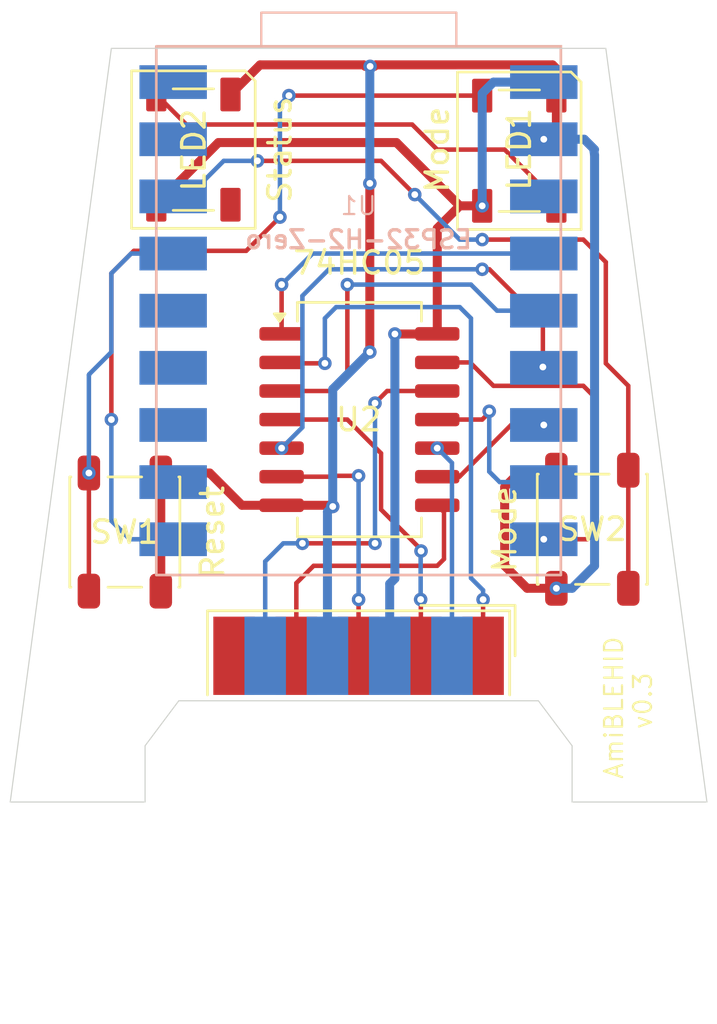
<source format=kicad_pcb>
(kicad_pcb (version 20241229) (generator "pcbnew") (generator_version "9.0")
  (layers (0 "F.Cu" signal) (2 "B.Cu" signal) (13 "F.Paste" user) (15 "B.Paste" user) (5 "F.SilkS" user "F.Silkscreen") (7 "B.SilkS" user "B.Silkscreen") (1 "F.Mask" user) (3 "B.Mask" user) (25 "Edge.Cuts" user))
  (net 0 "")
  (net 2 "+5V")
  (net 3 "GND")
  (net 4 "Net-(LED1-DIN)")
  (net 5 "Net-(SW1-A)")
  (net 6 "Net-(SW2-A)")
  (net 9 "Net-(U1-IO3)")
  (net 10 "Net-(U1-IO0)")
  (net 11 "Net-(U1-IO4)")
  (net 12 "Net-(U1-IO5)")
  (net 16 "Net-(U1-IO2)")
  (net 17 "Net-(U1-IO1)")
  (net 19 "Net-(J1-Pad1)")
  (net 20 "Net-(J1-Pad6)")
  (net 21 "Net-(J1-Pad3)")
  (net 22 "Net-(J1-Pad4)")
  (net 23 "Net-(J1-Pad2)")
  (net 24 "Net-(J1-Pad9)")
  (net 26 "Net-(LED1-DOUT)")
  (footprint "LED_SMD:LED_WS2812B_PLCC4_5.0x5.0mm_P3.2mm" (layer "F.Cu") (at 102.15 43.55 90)
    (property "Reference" "LED1" (at 0.065243 -0.002346 90) (layer "F.SilkS"))
    (property "Value" "WS2812B" (hide yes))
    (property "Usage" "Mode" (at 0.05 -3.65 90) (layer "F.SilkS"))
    (fp_line (start -3.5 -2.75) (end 3.5 -2.75) (stroke (width 0.12)) (layer "F.SilkS"))
    (fp_line (start -3.5 -2.75) (end -3.5 2.75) (stroke (width 0.12)) (layer "F.SilkS"))
    (fp_line (start 2.7 0.9) (end 2.7 -0.9) (stroke (width 0.12)) (layer "F.SilkS"))
    (fp_line (start -2.7 0.9) (end -2.7 -0.9) (stroke (width 0.12)) (layer "F.SilkS"))
    (fp_line (start 3.5 2.3) (end 3.5 -2.75) (stroke (width 0.12)) (layer "F.SilkS"))
    (fp_line (start 3.05 2.75) (end 3.5 2.3) (stroke (width 0.12)) (layer "F.SilkS"))
    (fp_line (start -3.5 2.75) (end 3.05 2.75) (stroke (width 0.12)) (layer "F.SilkS"))
    (pad "1" smd roundrect (at -2.45 -1.65 90) (size 1.5 0.9) (layers "F.Cu" "F.Mask" "F.Paste") (roundrect_rratio 0.1) (net 2 "+5V"))
    (pad "2" smd roundrect (at -2.45 1.65 90) (size 1.5 0.9) (layers "F.Cu" "F.Mask" "F.Paste") (roundrect_rratio 0.1) (net 26 "Net-(LED1-DOUT)"))
    (pad "3" smd roundrect (at 2.45 1.65 90) (size 1.5 0.9) (layers "F.Cu" "F.Mask" "F.Paste") (roundrect_rratio 0.1) (net 3 "GND"))
    (pad "4" smd roundrect (at 2.45 -1.65 90) (size 1.5 0.9) (layers "F.Cu" "F.Mask" "F.Paste") (roundrect_rratio 0.1) (net 4 "Net-(LED1-DIN)"))
  )
  (footprint "Package_SO:SO-14_5.3x10.2mm_P1.27mm" (layer "F.Cu") (at 95.0375 55.5)
    (property "Reference" "U2" (at -0.0375 0 0) (layer "F.SilkS"))
    (property "Value" "74HC05" (at 0 -6.96474 0) (layer "F.SilkS"))
    (fp_line (start -2.76 -5.21) (end -2.76 -4.37) (stroke (width 0.12)) (layer "F.SilkS"))
    (fp_line (start -2.76 5.21) (end -2.76 4.37) (stroke (width 0.12)) (layer "F.SilkS"))
    (fp_line (start 0 -5.21) (end -2.76 -5.21) (stroke (width 0.12)) (layer "F.SilkS"))
    (fp_line (start 0 -5.21) (end 2.76 -5.21) (stroke (width 0.12)) (layer "F.SilkS"))
    (fp_line (start 0 5.21) (end -2.76 5.21) (stroke (width 0.12)) (layer "F.SilkS"))
    (fp_line (start 0 5.21) (end 2.76 5.21) (stroke (width 0.12)) (layer "F.SilkS"))
    (fp_line (start 2.76 -5.21) (end 2.76 -4.37) (stroke (width 0.12)) (layer "F.SilkS"))
    (fp_line (start 2.76 5.21) (end 2.76 4.37) (stroke (width 0.12)) (layer "F.SilkS"))
    (fp_poly (pts (xy -3.55 -4.37) (xy -3.79 -4.7) (xy -3.31 -4.7)) (stroke (width 0.12)) (fill yes) (layer "F.SilkS"))
    (pad "1" smd roundrect (at -3.4625 -3.81) (size 1.975 0.6) (layers "F.Cu" "F.Mask" "F.Paste") (net 10 "Net-(U1-IO0)"))
    (pad "2" smd roundrect (at -3.4625 -2.54) (size 1.975 0.6) (layers "F.Cu" "F.Mask" "F.Paste") (net 19 "Net-(J1-Pad1)"))
    (pad "3" smd roundrect (at -3.4625 -1.27) (size 1.975 0.6) (layers "F.Cu" "F.Mask" "F.Paste") (net 17 "Net-(U1-IO1)"))
    (pad "4" smd roundrect (at -3.4625 0) (size 1.975 0.6) (layers "F.Cu" "F.Mask" "F.Paste") (net 23 "Net-(J1-Pad2)"))
    (pad "5" smd roundrect (at -3.4625 1.27) (size 1.975 0.6) (layers "F.Cu" "F.Mask" "F.Paste") (net 16 "Net-(U1-IO2)"))
    (pad "6" smd roundrect (at -3.4625 2.54) (size 1.975 0.6) (layers "F.Cu" "F.Mask" "F.Paste") (net 21 "Net-(J1-Pad3)"))
    (pad "7" smd roundrect (at -3.4625 3.81) (size 1.975 0.6) (layers "F.Cu" "F.Mask" "F.Paste") (net 3 "GND"))
    (pad "8" smd roundrect (at 3.4625 3.81) (size 1.975 0.6) (layers "F.Cu" "F.Mask" "F.Paste") (net 22 "Net-(J1-Pad4)"))
    (pad "9" smd roundrect (at 3.4625 2.54) (size 1.975 0.6) (layers "F.Cu" "F.Mask" "F.Paste") (net 9 "Net-(U1-IO3)"))
    (pad "10" smd roundrect (at 3.4625 1.27) (size 1.975 0.6) (layers "F.Cu" "F.Mask" "F.Paste") (net 20 "Net-(J1-Pad6)"))
    (pad "11" smd roundrect (at 3.4625 0) (size 1.975 0.6) (layers "F.Cu" "F.Mask" "F.Paste") (net 11 "Net-(U1-IO4)"))
    (pad "12" smd roundrect (at 3.4625 -1.27) (size 1.975 0.6) (layers "F.Cu" "F.Mask" "F.Paste") (net 24 "Net-(J1-Pad9)"))
    (pad "13" smd roundrect (at 3.4625 -2.54) (size 1.975 0.6) (layers "F.Cu" "F.Mask" "F.Paste") (net 12 "Net-(U1-IO5)"))
    (pad "14" smd roundrect (at 3.4625 -3.81) (size 1.975 0.6) (layers "F.Cu" "F.Mask" "F.Paste") (net 2 "+5V"))
  )
  (footprint "LED_SMD:LED_WS2812B_PLCC4_5.0x5.0mm_P3.2mm" (layer "F.Cu") (at 87.65 43.5 90)
    (property "Reference" "LED2" (at -0.022457 0.020584 90) (layer "F.SilkS"))
    (property "Value" "WS2812B" (hide yes))
    (property "Usage" "Status" (at 0 3.85 90) (layer "F.SilkS"))
    (fp_line (start -3.5 -2.75) (end 3.5 -2.75) (stroke (width 0.12)) (layer "F.SilkS"))
    (fp_line (start -3.5 -2.75) (end -3.5 2.75) (stroke (width 0.12)) (layer "F.SilkS"))
    (fp_line (start 2.7 0.9) (end 2.7 -0.9) (stroke (width 0.12)) (layer "F.SilkS"))
    (fp_line (start -2.7 0.9) (end -2.7 -0.9) (stroke (width 0.12)) (layer "F.SilkS"))
    (fp_line (start 3.5 2.3) (end 3.5 -2.75) (stroke (width 0.12)) (layer "F.SilkS"))
    (fp_line (start 3.05 2.75) (end 3.5 2.3) (stroke (width 0.12)) (layer "F.SilkS"))
    (fp_line (start -3.5 2.75) (end 3.05 2.75) (stroke (width 0.12)) (layer "F.SilkS"))
    (pad "1" smd roundrect (at -2.45 -1.65 90) (size 1.5 0.9) (layers "F.Cu" "F.Mask" "F.Paste") (roundrect_rratio 0.1) (net 2 "+5V"))
    (pad "2" smd roundrect (at -2.45 1.65 90) (size 1.5 0.9) (layers "F.Cu" "F.Mask" "F.Paste") (roundrect_rratio 0.1))
    (pad "3" smd roundrect (at 2.45 1.65 90) (size 1.5 0.9) (layers "F.Cu" "F.Mask" "F.Paste") (roundrect_rratio 0.1) (net 3 "GND"))
    (pad "4" smd roundrect (at 2.45 -1.65 90) (size 1.5 0.9) (layers "F.Cu" "F.Mask" "F.Paste") (roundrect_rratio 0.1) (net 26 "Net-(LED1-DOUT)"))
  )
  (footprint "Button_Switch_SMD:SW_SPST_PTS647_Sx50" (layer "F.Cu") (at 105.4 60.375 -90)
    (property "Reference" "SW2" (at 0 0 0) (layer "F.SilkS"))
    (property "Value" "Mode" (at 0 3.9 90) (layer "F.SilkS"))
    (fp_line (start -2.45 2.45) (end 2.45 2.45) (stroke (width 0.12)) (layer "F.SilkS"))
    (fp_line (start -2.45 2.45) (end -2.45 2.4) (stroke (width 0.12)) (layer "F.SilkS"))
    (fp_line (start 2.45 2.45) (end 2.45 2.4) (stroke (width 0.12)) (layer "F.SilkS"))
    (fp_line (start -2.45 -0.75) (end -2.45 0.75) (stroke (width 0.12)) (layer "F.SilkS"))
    (fp_line (start 2.45 -0.75) (end 2.45 0.75) (stroke (width 0.12)) (layer "F.SilkS"))
    (fp_line (start -2.45 -2.45) (end -2.45 -2.4) (stroke (width 0.12)) (layer "F.SilkS"))
    (fp_line (start -2.45 -2.45) (end 2.45 -2.45) (stroke (width 0.12)) (layer "F.SilkS"))
    (fp_line (start 2.45 -2.45) (end 2.45 -2.4) (stroke (width 0.12)) (layer "F.SilkS"))
    (pad "1" smd roundrect (at -2.625 -1.6 270) (size 1.55 1) (layers "F.Cu" "F.Mask" "F.Paste") (net 6 "Net-(SW2-A)"))
    (pad "1" smd roundrect (at 2.625 -1.6 270) (size 1.55 1) (layers "F.Cu" "F.Mask" "F.Paste") (net 6 "Net-(SW2-A)"))
    (pad "2" smd roundrect (at -2.625 1.6 270) (size 1.55 1) (layers "F.Cu" "F.Mask" "F.Paste") (net 3 "GND"))
    (pad "2" smd roundrect (at 2.625 1.6 270) (size 1.55 1) (layers "F.Cu" "F.Mask" "F.Paste") (net 3 "GND"))
  )
  (footprint "Button_Switch_SMD:SW_SPST_PTS647_Sx50" (layer "F.Cu") (at 84.6 60.5 90)
    (property "Reference" "SW1" (at 0 0 180) (layer "F.SilkS"))
    (property "Value" "Reset" (at 0 3.9 90) (layer "F.SilkS"))
    (fp_line (start 2.45 -2.45) (end 2.45 -2.4) (stroke (width 0.12)) (layer "F.SilkS"))
    (fp_line (start -2.45 -2.45) (end 2.45 -2.45) (stroke (width 0.12)) (layer "F.SilkS"))
    (fp_line (start -2.45 -2.45) (end -2.45 -2.4) (stroke (width 0.12)) (layer "F.SilkS"))
    (fp_line (start 2.45 -0.75) (end 2.45 0.75) (stroke (width 0.12)) (layer "F.SilkS"))
    (fp_line (start -2.45 -0.75) (end -2.45 0.75) (stroke (width 0.12)) (layer "F.SilkS"))
    (fp_line (start 2.45 2.45) (end 2.45 2.4) (stroke (width 0.12)) (layer "F.SilkS"))
    (fp_line (start -2.45 2.45) (end -2.45 2.4) (stroke (width 0.12)) (layer "F.SilkS"))
    (fp_line (start -2.45 2.45) (end 2.45 2.45) (stroke (width 0.12)) (layer "F.SilkS"))
    (pad "1" smd roundrect (at -2.625 -1.6 90) (size 1.55 1) (layers "F.Cu" "F.Mask" "F.Paste") (net 5 "Net-(SW1-A)"))
    (pad "1" smd roundrect (at 2.625 -1.6 90) (size 1.55 1) (layers "F.Cu" "F.Mask" "F.Paste") (net 5 "Net-(SW1-A)"))
    (pad "2" smd roundrect (at -2.625 1.6 90) (size 1.55 1) (layers "F.Cu" "F.Mask" "F.Paste") (net 3 "GND"))
    (pad "2" smd roundrect (at 2.625 1.6 90) (size 1.55 1) (layers "F.Cu" "F.Mask" "F.Paste") (net 3 "GND"))
  )
  (footprint "Connector_Dsub:DSUB-9_Socket_EdgeMount_P2.77mm" (layer "F.Cu") (at 95 66)
    (property "Reference" "J1" (hide yes))
    (property "Value" "D-Sub Female")
    (fp_line (start -6.723333 -2) (end -6.723333 1.74) (stroke (width 0.12)) (layer "F.SilkS"))
    (fp_line (start 6.723333 -2) (end -6.723333 -2) (stroke (width 0.12)) (layer "F.SilkS"))
    (fp_line (start 6.723333 1.74) (end 6.723333 -2) (stroke (width 0.12)) (layer "F.SilkS"))
    (fp_line (start 6.963333 -2.24) (end 2.77 -2.24) (stroke (width 0.12)) (layer "F.SilkS"))
    (fp_line (start 6.963333 0) (end 6.963333 -2.24) (stroke (width 0.12)) (layer "F.SilkS"))
    (pad "1" smd rect (at 5.54 0) (size 1.846667 3.48) (layers "F.Cu" "F.Mask" "F.Paste") (net 19 "Net-(J1-Pad1)"))
    (pad "2" smd rect (at 2.77 0) (size 1.846667 3.48) (layers "F.Cu" "F.Mask" "F.Paste") (net 23 "Net-(J1-Pad2)"))
    (pad "3" smd rect (at 0 0) (size 1.846667 3.48) (layers "F.Cu" "F.Mask" "F.Paste") (net 21 "Net-(J1-Pad3)"))
    (pad "4" smd rect (at -2.77 0) (size 1.846667 3.48) (layers "F.Cu" "F.Mask" "F.Paste") (net 22 "Net-(J1-Pad4)"))
    (pad "5" smd rect (at -5.54 0) (size 1.846667 3.48) (layers "F.Cu" "F.Mask" "F.Paste"))
    (pad "6" smd rect (at 4.155 0) (size 1.846667 3.48) (layers "B.Cu" "B.Mask" "B.Paste") (net 20 "Net-(J1-Pad6)"))
    (pad "7" smd rect (at 1.385 0) (size 1.846667 3.48) (layers "B.Cu" "B.Mask" "B.Paste") (net 2 "+5V"))
    (pad "8" smd rect (at -1.385 0) (size 1.846667 3.48) (layers "B.Cu" "B.Mask" "B.Paste") (net 3 "GND"))
    (pad "9" smd rect (at -4.155 0) (size 1.846667 3.48) (layers "B.Cu" "B.Mask" "B.Paste") (net 24 "Net-(J1-Pad9)"))
  )
  (footprint "ESP32H2-Library:Waveshare-ESP32-H2-Zero" (layer "B.Cu") (at 95.5 50.41 180)
    (property "Reference" "U1" (at 0.5 4.41 0) (layer "B.SilkS") (effects (font (size 0.8 0.8) (thickness 0.1)) (justify mirror)))
    (property "Value" "ESP32-H2-Zero" (at 0.5 2.91 0) (layer "B.SilkS") (effects (font (size 0.8 0.8)) (justify mirror)))
    (fp_rect (start -3.85 11.5) (end 4.83 13) (stroke (width 0.1)) (fill no) (layer "B.SilkS"))
    (fp_rect (start -8.5 11.5) (end 9.5 -12) (stroke (width 0.12)) (fill no) (layer "B.SilkS"))
    (pad "1" smd rect (at -7.74 9.91 180) (size 3 1.5) (layers "B.Cu" "B.Mask" "B.Paste") (net 2 "+5V"))
    (pad "2" smd rect (at -7.74 7.37 180) (size 3 1.5) (layers "B.Cu" "B.Mask" "B.Paste") (net 3 "GND"))
    (pad "3" smd rect (at -7.74 4.83 180) (size 3 1.5) (layers "B.Cu" "B.Mask" "B.Paste"))
    (pad "4" smd rect (at -7.74 2.29 180) (size 3 1.5) (layers "B.Cu" "B.Mask" "B.Paste") (net 10 "Net-(U1-IO0)"))
    (pad "5" smd rect (at -7.74 -0.25 180) (size 3 1.5) (layers "B.Cu" "B.Mask" "B.Paste") (net 17 "Net-(U1-IO1)"))
    (pad "6" smd rect (at -7.74 -2.79 180) (size 3 1.5) (layers "B.Cu" "B.Mask" "B.Paste") (net 16 "Net-(U1-IO2)"))
    (pad "7" smd rect (at -7.74 -5.33 180) (size 3 1.5) (layers "B.Cu" "B.Mask" "B.Paste") (net 9 "Net-(U1-IO3)"))
    (pad "8" smd rect (at -7.74 -7.87 180) (size 3 1.5) (layers "B.Cu" "B.Mask" "B.Paste") (net 11 "Net-(U1-IO4)"))
    (pad "9" smd rect (at -7.74 -10.41 180) (size 3 1.5) (layers "B.Cu" "B.Mask" "B.Paste") (net 12 "Net-(U1-IO5)"))
    (pad "10" smd rect (at 8.75 -10.41 180) (size 3 1.5) (layers "B.Cu" "B.Mask" "B.Paste") (net 4 "Net-(LED1-DIN)"))
    (pad "11" smd rect (at 8.75 -7.87 180) (size 3 1.5) (layers "B.Cu" "B.Mask" "B.Paste"))
    (pad "12" smd rect (at 8.75 -5.33 180) (size 3 1.5) (layers "B.Cu" "B.Mask" "B.Paste"))
    (pad "13" smd rect (at 8.75 -2.79 180) (size 3 1.5) (layers "B.Cu" "B.Mask" "B.Paste"))
    (pad "14" smd rect (at 8.75 -0.25 180) (size 3 1.5) (layers "B.Cu" "B.Mask" "B.Paste"))
    (pad "15" smd rect (at 8.75 2.29 180) (size 3 1.5) (layers "B.Cu" "B.Mask" "B.Paste") (net 5 "Net-(SW1-A)"))
    (pad "16" smd rect (at 8.75 4.83 180) (size 3 1.5) (layers "B.Cu" "B.Mask" "B.Paste") (net 6 "Net-(SW2-A)"))
    (pad "17" smd rect (at 8.75 7.37 180) (size 3 1.5) (layers "B.Cu" "B.Mask" "B.Paste"))
    (pad "18" smd rect (at 8.75 9.91 180) (size 3 1.5) (layers "B.Cu" "B.Mask" "B.Paste"))
  )
  (gr_line (start 104.5 70) (end 104.5 72.5) (stroke (width 0.05)) (layer "Edge.Cuts"))
  (gr_line (start 106 39) (end 84 39) (stroke (width 0.05)) (layer "Edge.Cuts"))
  (gr_line (start 104.5 72.5) (end 110.5 72.5) (stroke (width 0.05)) (layer "Edge.Cuts"))
  (gr_line (start 103 68) (end 104.5 70) (stroke (width 0.05)) (layer "Edge.Cuts"))
  (gr_line (start 85.5 72.5) (end 85.5 70) (stroke (width 0.05)) (layer "Edge.Cuts"))
  (gr_line (start 110.5 72.5) (end 106 39) (stroke (width 0.05)) (layer "Edge.Cuts"))
  (gr_line (start 87 68) (end 103 68) (stroke (width 0.05)) (layer "Edge.Cuts"))
  (gr_line (start 79.5 72.5) (end 85.5 72.5) (stroke (width 0.05)) (layer "Edge.Cuts"))
  (gr_line (start 84 39) (end 79.5 72.5) (stroke (width 0.05)) (layer "Edge.Cuts"))
  (gr_line (start 85.5 70) (end 87 68) (stroke (width 0.05)) (layer "Edge.Cuts"))
  (gr_text "AmiBLEHID \nv0.3" (at 107 68 90) (layer "F.SilkS") (effects (font (size 0.8 0.8) (thickness 0.1))))
  (segment (start 99.5 46) (end 98.5 47) (width 0.4) (layer "F.Cu") (net 2))
  (segment (start 98.5 51.69) (end 98.5 47) (width 0.4) (layer "F.Cu") (net 2))
  (segment (start 100.5 46) (end 99.5 46) (width 0.4) (layer "F.Cu") (net 2))
  (segment (start 96.686445 43.186445) (end 99.5 46) (width 0.4) (layer "F.Cu") (net 2))
  (segment (start 96.615183 51.696044) (end 98.493956 51.696044) (width 0.4) (layer "F.Cu") (net 2))
  (segment (start 98.493956 51.696044) (end 98.5 51.69) (width 0.4) (layer "F.Cu") (net 2))
  (segment (start 86 45.95) (end 88.763555 43.186445) (width 0.4) (layer "F.Cu") (net 2))
  (segment (start 88.763555 43.186445) (end 96.686445 43.186445) (width 0.4) (layer "F.Cu") (net 2))
  (via (at 100.5 46) (size 0.6) (drill 0.3) (layers "F.Cu" "B.Cu") (net 2))
  (via (at 96.615183 51.696044) (size 0.6) (drill 0.3) (layers "F.Cu" "B.Cu") (net 2))
  (segment (start 101 40.5) (end 100.5 41) (width 0.4) (layer "B.Cu") (net 2))
  (segment (start 96.385 62.799708) (end 96.385 66) (width 0.4) (layer "B.Cu") (net 2))
  (segment (start 100.5 41) (end 100.5 46) (width 0.4) (layer "B.Cu") (net 2))
  (segment (start 96.615 51.696227) (end 96.615183 51.696044) (width 0.4) (layer "B.Cu") (net 2))
  (segment (start 96.615183 51.696044) (end 96.615183 62.569525) (width 0.4) (layer "B.Cu") (net 2))
  (segment (start 96.615183 62.569525) (end 96.385 62.799708) (width 0.4) (layer "B.Cu") (net 2))
  (segment (start 103.24 40.5) (end 101 40.5) (width 0.4) (layer "B.Cu") (net 2))
  (segment (start 89.81 59.31) (end 88.375 57.875) (width 0.4) (layer "F.Cu") (net 3))
  (segment (start 103.8 57.75) (end 102.25 57.75) (width 0.4) (layer "F.Cu") (net 3))
  (segment (start 95.233856 39.733856) (end 90.616144 39.733856) (width 0.4) (layer "F.Cu") (net 3))
  (segment (start 101.5 62) (end 102.5 63) (width 0.4) (layer "F.Cu") (net 3))
  (segment (start 95.512796 39.8) (end 95.7 39.8) (width 0.4) (layer "F.Cu") (net 3))
  (segment (start 95.5 52.5) (end 95.5 45) (width 0.4) (layer "F.Cu") (net 3))
  (segment (start 103.8 39.901) (end 103.8 41.1) (width 0.4) (layer "F.Cu") (net 3))
  (segment (start 95.766144 39.733856) (end 103.632856 39.733856) (width 0.4) (layer "F.Cu") (net 3))
  (segment (start 95.7 39.8) (end 95.766144 39.733856) (width 0.4) (layer "F.Cu") (net 3))
  (segment (start 102.5 63) (end 103.8 63) (width 0.4) (layer "F.Cu") (net 3))
  (segment (start 91.575 59.31) (end 89.81 59.31) (width 0.4) (layer "F.Cu") (net 3))
  (segment (start 103.8 42.48) (end 103.24 43.04) (width 0.4) (layer "F.Cu") (net 3))
  (segment (start 90.616144 39.733856) (end 89.3 41.05) (width 0.4) (layer "F.Cu") (net 3))
  (segment (start 95.512796 39.8) (end 95.3 39.8) (width 0.4) (layer "F.Cu") (net 3))
  (segment (start 103.8 41.1) (end 103.8 42.48) (width 0.4) (layer "F.Cu") (net 3))
  (segment (start 86.2 63.125) (end 86.2 57.875) (width 0.4) (layer "F.Cu") (net 3))
  (segment (start 93.796326 59.31) (end 91.575 59.31) (width 0.4) (layer "F.Cu") (net 3))
  (segment (start 102.25 57.75) (end 101.5 58.5) (width 0.4) (layer "F.Cu") (net 3))
  (segment (start 95.3 39.8) (end 95.233856 39.733856) (width 0.4) (layer "F.Cu") (net 3))
  (segment (start 103.632856 39.733856) (end 103.8 39.901) (width 0.4) (layer "F.Cu") (net 3))
  (segment (start 101.5 58.5) (end 101.5 62) (width 0.4) (layer "F.Cu") (net 3))
  (segment (start 93.850202 59.363876) (end 93.796326 59.31) (width 0.4) (layer "F.Cu") (net 3))
  (segment (start 88.375 57.875) (end 86.2 57.875) (width 0.4) (layer "F.Cu") (net 3))
  (via (at 93.850202 59.363876) (size 0.6) (drill 0.3) (layers "F.Cu" "B.Cu") (net 3))
  (via (at 95.512796 39.8) (size 0.6) (drill 0.3) (layers "F.Cu" "B.Cu") (net 3))
  (via (at 95.5 52.5) (size 0.6) (drill 0.3) (layers "F.Cu" "B.Cu") (net 3))
  (via (at 95.5 45) (size 0.6) (drill 0.3) (layers "F.Cu" "B.Cu") (net 3))
  (via (at 103.24 43.04) (size 0.6) (drill 0.3) (layers "F.Cu" "B.Cu") (net 3))
  (via (at 103.8 63) (size 0.6) (drill 0.3) (layers "F.Cu" "B.Cu") (net 3))
  (segment (start 105.04 43.04) (end 105.5 43.5) (width 0.4) (layer "B.Cu") (net 3))
  (segment (start 105.5 43.748724) (end 105.463686 43.50542) (width 0.4) (layer "B.Cu") (net 3))
  (segment (start 93.845 66) (end 93.615 65.77) (width 0.4) (layer "B.Cu") (net 3))
  (segment (start 103.8 63) (end 104.5 63) (width 0.4) (layer "B.Cu") (net 3))
  (segment (start 93.850202 59.363876) (end 93.850202 54.149798) (width 0.4) (layer "B.Cu") (net 3))
  (segment (start 93.615 59.599078) (end 93.850202 59.363876) (width 0.4) (layer "B.Cu") (net 3))
  (segment (start 105.5 62) (end 105.5 43.748724) (width 0.4) (layer "B.Cu") (net 3))
  (segment (start 95.5 39.812796) (end 95.512796 39.8) (width 0.4) (layer "B.Cu") (net 3))
  (segment (start 93.615 65.77) (end 93.615 59.599078) (width 0.4) (layer "B.Cu") (net 3))
  (segment (start 104.5 63) (end 105.5 62) (width 0.4) (layer "B.Cu") (net 3))
  (segment (start 103.24 43.04) (end 105.04 43.04) (width 0.4) (layer "B.Cu") (net 3))
  (segment (start 95.5 45) (end 95.5 39.812796) (width 0.4) (layer "B.Cu") (net 3))
  (segment (start 93.850202 54.149798) (end 95.5 52.5) (width 0.4) (layer "B.Cu") (net 3))
  (segment (start 90 48) (end 91.5 46.5) (width 0.2) (layer "F.Cu") (net 4))
  (segment (start 84 49) (end 85 48) (width 0.2) (layer "F.Cu") (net 4))
  (segment (start 85 48) (end 90 48) (width 0.2) (layer "F.Cu") (net 4))
  (segment (start 84 55.5) (end 84 49) (width 0.2) (layer "F.Cu") (net 4))
  (segment (start 91.9 41.1) (end 100.5 41.1) (width 0.2) (layer "F.Cu") (net 4))
  (via (at 91.5 46.5) (size 0.6) (drill 0.3) (layers "F.Cu" "B.Cu") (net 4))
  (via (at 91.9 41.1) (size 0.6) (drill 0.3) (layers "F.Cu" "B.Cu") (net 4))
  (via (at 84 55.5) (size 0.6) (drill 0.3) (layers "F.Cu" "B.Cu") (net 4))
  (segment (start 91.5 41.5) (end 91.5 46.5) (width 0.2) (layer "B.Cu") (net 4))
  (segment (start 84 55.5) (end 84 60) (width 0.2) (layer "B.Cu") (net 4))
  (segment (start 84.82 60.82) (end 86.75 60.82) (width 0.2) (layer "B.Cu") (net 4))
  (segment (start 84 60) (end 84.82 60.82) (width 0.2) (layer "B.Cu") (net 4))
  (segment (start 91.9 41.1) (end 91.5 41.5) (width 0.2) (layer "B.Cu") (net 4))
  (segment (start 83 57.875) (end 83 63.125) (width 0.2) (layer "F.Cu") (net 5))
  (via (at 83 57.875) (size 0.6) (drill 0.3) (layers "F.Cu" "B.Cu") (net 5))
  (segment (start 83.017711 53.482289) (end 83.017711 53.5) (width 0.2) (layer "B.Cu") (net 5))
  (segment (start 84 52.5) (end 83.017711 53.482289) (width 0.2) (layer "B.Cu") (net 5))
  (segment (start 86.75 48.12) (end 84.88 48.12) (width 0.2) (layer "B.Cu") (net 5))
  (segment (start 83.017711 53.5) (end 83 53.517711) (width 0.2) (layer "B.Cu") (net 5))
  (segment (start 83 53.517711) (end 83 57.875) (width 0.2) (layer "B.Cu") (net 5))
  (segment (start 84 49) (end 84 52.5) (width 0.2) (layer "B.Cu") (net 5))
  (segment (start 84.88 48.12) (end 84 49) (width 0.2) (layer "B.Cu") (net 5))
  (segment (start 107 54) (end 107 57.75) (width 0.2) (layer "F.Cu") (net 6))
  (segment (start 96 44) (end 90.5 44) (width 0.2) (layer "F.Cu") (net 6))
  (segment (start 105 47.5) (end 106 48.5) (width 0.2) (layer "F.Cu") (net 6))
  (segment (start 106 53) (end 107 54) (width 0.2) (layer "F.Cu") (net 6))
  (segment (start 100.5 47.5) (end 105 47.5) (width 0.2) (layer "F.Cu") (net 6))
  (segment (start 97.5 45.5) (end 96 44) (width 0.2) (layer "F.Cu") (net 6))
  (segment (start 106 48.5) (end 106 53) (width 0.2) (layer "F.Cu") (net 6))
  (segment (start 107 63) (end 107 57.75) (width 0.2) (layer "F.Cu") (net 6))
  (via (at 90.5 44) (size 0.6) (drill 0.3) (layers "F.Cu" "B.Cu") (net 6))
  (via (at 100.5 47.5) (size 0.6) (drill 0.3) (layers "F.Cu" "B.Cu") (net 6))
  (via (at 97.5 45.5) (size 0.6) (drill 0.3) (layers "F.Cu" "B.Cu") (net 6))
  (segment (start 87.42 45.58) (end 89 44) (width 0.2) (layer "B.Cu") (net 6))
  (segment (start 86.75 45.58) (end 87.42 45.58) (width 0.2) (layer "B.Cu") (net 6))
  (segment (start 99.5 47.5) (end 100.5 47.5) (width 0.2) (layer "B.Cu") (net 6))
  (segment (start 97.5 45.5) (end 99.5 47.5) (width 0.2) (layer "B.Cu") (net 6))
  (segment (start 89 44) (end 90.5 44) (width 0.2) (layer "B.Cu") (net 6))
  (segment (start 101.787499 55.74) (end 103.24 55.74) (width 0.2) (layer "F.Cu") (net 9))
  (segment (start 98.5 58.04) (end 99.487499 58.04) (width 0.2) (layer "F.Cu") (net 9))
  (segment (start 99.487499 58.04) (end 101.787499 55.74) (width 0.2) (layer "F.Cu") (net 9))
  (via (at 103.24 55.74) (size 0.6) (drill 0.3) (layers "F.Cu" "B.Cu") (net 9))
  (segment (start 91.575 49.5) (end 91.575 51.69) (width 0.2) (layer "F.Cu") (net 10))
  (via (at 91.575 49.5) (size 0.6) (drill 0.3) (layers "F.Cu" "B.Cu") (net 10))
  (segment (start 103.24 48.12) (end 92.955 48.12) (width 0.2) (layer "B.Cu") (net 10))
  (segment (start 92.955 48.12) (end 91.575 49.5) (width 0.2) (layer "B.Cu") (net 10))
  (segment (start 100.813554 55.131762) (end 100.813554 55.186446) (width 0.2) (layer "F.Cu") (net 11))
  (segment (start 98.5 55.5) (end 100.5 55.5) (width 0.2) (layer "F.Cu") (net 11))
  (segment (start 100.813554 55.186446) (end 100.5 55.5) (width 0.2) (layer "F.Cu") (net 11))
  (via (at 100.813554 55.131762) (size 0.6) (drill 0.3) (layers "F.Cu" "B.Cu") (net 11))
  (segment (start 101.28 58.28) (end 101 58) (width 0.2) (layer "B.Cu") (net 11))
  (segment (start 100.813554 57.813554) (end 100.813554 55.131762) (width 0.2) (layer "B.Cu") (net 11))
  (segment (start 103.24 58.28) (end 101.28 58.28) (width 0.2) (layer "B.Cu") (net 11))
  (segment (start 101 58) (end 100.813554 57.813554) (width 0.2) (layer "B.Cu") (net 11))
  (segment (start 99.96 52.96) (end 101 54) (width 0.2) (layer "F.Cu") (net 12))
  (segment (start 105.5 60.5) (end 105.5 54.5) (width 0.2) (layer "F.Cu") (net 12))
  (segment (start 105.18 60.82) (end 105.5 60.5) (width 0.2) (layer "F.Cu") (net 12))
  (segment (start 105 54) (end 105.5 54.5) (width 0.2) (layer "F.Cu") (net 12))
  (segment (start 101 54) (end 105 54) (width 0.2) (layer "F.Cu") (net 12))
  (segment (start 103.24 60.82) (end 105.18 60.82) (width 0.2) (layer "F.Cu") (net 12))
  (segment (start 98.5 52.96) (end 99.96 52.96) (width 0.2) (layer "F.Cu") (net 12))
  (via (at 103.24 60.82) (size 0.6) (drill 0.3) (layers "F.Cu" "B.Cu") (net 12))
  (segment (start 100.5 48.819468) (end 100.819468 48.819468) (width 0.2) (layer "F.Cu") (net 16))
  (segment (start 103.199643 51.199643) (end 103.199643 53.163611) (width 0.2) (layer "F.Cu") (net 16))
  (segment (start 100.819468 48.819468) (end 103.199643 51.199643) (width 0.2) (layer "F.Cu") (net 16))
  (via (at 100.5 48.819468) (size 0.6) (drill 0.3) (layers "F.Cu" "B.Cu") (net 16))
  (via (at 91.575 56.77) (size 0.6) (drill 0.3) (layers "F.Cu" "B.Cu") (net 16))
  (via (at 103.199643 53.163611) (size 0.6) (drill 0.3) (layers "F.Cu" "B.Cu") (net 16))
  (segment (start 92.5 55.845) (end 91.575 56.77) (width 0.2) (layer "B.Cu") (net 16))
  (segment (start 103.24 53.2) (end 103.236032 53.2) (width 0.2) (layer "B.Cu") (net 16))
  (segment (start 100.5 48.819468) (end 93.680532 48.819468) (width 0.2) (layer "B.Cu") (net 16))
  (segment (start 93.680532 48.819468) (end 92.5 50) (width 0.2) (layer "B.Cu") (net 16))
  (segment (start 103.236032 53.2) (end 103.199643 53.163611) (width 0.2) (layer "B.Cu") (net 16))
  (segment (start 92.5 50) (end 92.5 55.845) (width 0.2) (layer "B.Cu") (net 16))
  (segment (start 94.5 49.5) (end 94.5 49.8) (width 0.2) (layer "F.Cu") (net 17))
  (segment (start 94.5 53.5) (end 94.5 49.5) (width 0.2) (layer "F.Cu") (net 17))
  (segment (start 94 54) (end 94.5 53.5) (width 0.2) (layer "F.Cu") (net 17))
  (segment (start 91.575 54.23) (end 93.77 54.23) (width 0.2) (layer "F.Cu") (net 17))
  (segment (start 93.77 54.23) (end 94 54) (width 0.2) (layer "F.Cu") (net 17))
  (via (at 94.5 49.5) (size 0.6) (drill 0.3) (layers "F.Cu" "B.Cu") (net 17))
  (segment (start 101.16 50.66) (end 100 49.5) (width 0.2) (layer "B.Cu") (net 17))
  (segment (start 103.24 50.66) (end 101.16 50.66) (width 0.2) (layer "B.Cu") (net 17))
  (segment (start 100 49.5) (end 94.5 49.5) (width 0.2) (layer "B.Cu") (net 17))
  (segment (start 100.54 63.5) (end 100.54 65.77) (width 0.2) (layer "F.Cu") (net 19))
  (segment (start 93.5 53) (end 91.615 53) (width 0.2) (layer "F.Cu") (net 19))
  (segment (start 100.54 65.77) (end 100.77 66) (width 0.2) (layer "F.Cu") (net 19))
  (segment (start 91.615 53) (end 91.575 52.96) (width 0.2) (layer "F.Cu") (net 19))
  (via (at 93.5 53) (size 0.6) (drill 0.3) (layers "F.Cu" "B.Cu") (net 19))
  (via (at 100.54 63.5) (size 0.6) (drill 0.3) (layers "F.Cu" "B.Cu") (net 19))
  (segment (start 99.5 50.5) (end 94 50.5) (width 0.2) (layer "B.Cu") (net 19))
  (segment (start 94 50.5) (end 93.5 51) (width 0.2) (layer "B.Cu") (net 19))
  (segment (start 93.5 51) (end 93.5 53) (width 0.2) (layer "B.Cu") (net 19))
  (segment (start 100 62.545108) (end 100 51) (width 0.2) (layer "B.Cu") (net 19))
  (segment (start 100.54 63.085108) (end 100 62.545108) (width 0.2) (layer "B.Cu") (net 19))
  (segment (start 100.54 63.5) (end 100.54 63.085108) (width 0.2) (layer "B.Cu") (net 19))
  (segment (start 100 51) (end 99.5 50.5) (width 0.2) (layer "B.Cu") (net 19))
  (via (at 98.5 56.77) (size 0.6) (drill 0.3) (layers "F.Cu" "B.Cu") (net 20))
  (segment (start 99.155 65.77) (end 99.155 57.425) (width 0.2) (layer "B.Cu") (net 20))
  (segment (start 99.385 66) (end 99.155 65.77) (width 0.2) (layer "B.Cu") (net 20))
  (segment (start 99.155 57.425) (end 98.5 56.77) (width 0.2) (layer "B.Cu") (net 20))
  (segment (start 93.96 58.04) (end 91.575 58.04) (width 0.2) (layer "F.Cu") (net 21))
  (segment (start 95 63.5) (end 95 65.77) (width 0.2) (layer "F.Cu") (net 21))
  (segment (start 95 65.77) (end 95.23 66) (width 0.2) (layer "F.Cu") (net 21))
  (segment (start 94 58) (end 93.96 58.04) (width 0.2) (layer "F.Cu") (net 21))
  (segment (start 95 58) (end 94 58) (width 0.2) (layer "F.Cu") (net 21))
  (via (at 95 63.5) (size 0.6) (drill 0.3) (layers "F.Cu" "B.Cu") (net 21))
  (via (at 95 58) (size 0.6) (drill 0.3) (layers "F.Cu" "B.Cu") (net 21))
  (segment (start 95 63.5) (end 95 58) (width 0.2) (layer "B.Cu") (net 21))
  (segment (start 98.5 62) (end 93 62) (width 0.2) (layer "F.Cu") (net 22))
  (segment (start 98.5 59.31) (end 98.799999 59.609999) (width 0.2) (layer "F.Cu") (net 22))
  (segment (start 92.23 65.77) (end 92.46 66) (width 0.2) (layer "F.Cu") (net 22))
  (segment (start 92.23 62.77) (end 92.23 65.77) (width 0.2) (layer "F.Cu") (net 22))
  (segment (start 98.799999 61.700001) (end 98.5 62) (width 0.2) (layer "F.Cu") (net 22))
  (segment (start 93 62) (end 92.23 62.77) (width 0.2) (layer "F.Cu") (net 22))
  (segment (start 98.799999 59.609999) (end 98.799999 61.700001) (width 0.2) (layer "F.Cu") (net 22))
  (segment (start 97.778563 61.278563) (end 96 59.5) (width 0.2) (layer "F.Cu") (net 23))
  (segment (start 97.778563 61.344388) (end 97.778563 61.278563) (width 0.2) (layer "F.Cu") (net 23))
  (segment (start 98 66) (end 97.77 65.77) (width 0.2) (layer "F.Cu") (net 23))
  (segment (start 97.761808 63.721808) (end 97.761808 63.497517) (width 0.2) (layer "F.Cu") (net 23))
  (segment (start 94.5 55.5) (end 91.575 55.5) (width 0.2) (layer "F.Cu") (net 23))
  (segment (start 97.77 65.77) (end 97.77 63.73) (width 0.2) (layer "F.Cu") (net 23))
  (segment (start 97.77 63.73) (end 97.761808 63.721808) (width 0.2) (layer "F.Cu") (net 23))
  (segment (start 96 59.5) (end 96 57) (width 0.2) (layer "F.Cu") (net 23))
  (segment (start 96 57) (end 94.5 55.5) (width 0.2) (layer "F.Cu") (net 23))
  (via (at 97.778563 61.344388) (size 0.6) (drill 0.3) (layers "F.Cu" "B.Cu") (net 23))
  (via (at 97.761808 63.497517) (size 0.6) (drill 0.3) (layers "F.Cu" "B.Cu") (net 23))
  (segment (start 97.761808 61.361143) (end 97.778563 61.344388) (width 0.2) (layer "B.Cu") (net 23))
  (segment (start 97.761808 63.497517) (end 97.761808 61.361143) (width 0.2) (layer "B.Cu") (net 23))
  (segment (start 96.27 54.23) (end 98.5 54.23) (width 0.2) (layer "F.Cu") (net 24))
  (segment (start 92.5 61) (end 95.730366 61) (width 0.2) (layer "F.Cu") (net 24))
  (segment (start 95.730366 54.769634) (end 96.27 54.23) (width 0.2) (layer "F.Cu") (net 24))
  (via (at 95.730366 54.769634) (size 0.6) (drill 0.3) (layers "F.Cu" "B.Cu") (net 24))
  (via (at 95.730366 61) (size 0.6) (drill 0.3) (layers "F.Cu" "B.Cu") (net 24))
  (via (at 92.5 61) (size 0.6) (drill 0.3) (layers "F.Cu" "B.Cu") (net 24))
  (segment (start 92.5 61) (end 91.65 61) (width 0.2) (layer "B.Cu") (net 24))
  (segment (start 91.65 61) (end 90.845 61.805) (width 0.2) (layer "B.Cu") (net 24))
  (segment (start 95.730366 54.769634) (end 95.730366 61) (width 0.2) (layer "B.Cu") (net 24))
  (segment (start 90.845 65.77) (end 91.075 66) (width 0.2) (layer "B.Cu") (net 24))
  (segment (start 90.845 61.805) (end 90.845 65.77) (width 0.2) (layer "B.Cu") (net 24))
  (segment (start 98.5 43.5) (end 97.384816 42.384816) (width 0.2) (layer "F.Cu") (net 26))
  (segment (start 103.8 46) (end 103.8 45.8) (width 0.2) (layer "F.Cu") (net 26))
  (segment (start 97.384816 42.384816) (end 87.334816 42.384816) (width 0.2) (layer "F.Cu") (net 26))
  (segment (start 103.8 45.8) (end 101.5 43.5) (width 0.2) (layer "F.Cu") (net 26))
  (segment (start 87.334816 42.384816) (end 86 41.05) (width 0.2) (layer "F.Cu") (net 26))
  (segment (start 101.5 43.5) (end 98.5 43.5) (width 0.2) (layer "F.Cu") (net 26))
)
</source>
